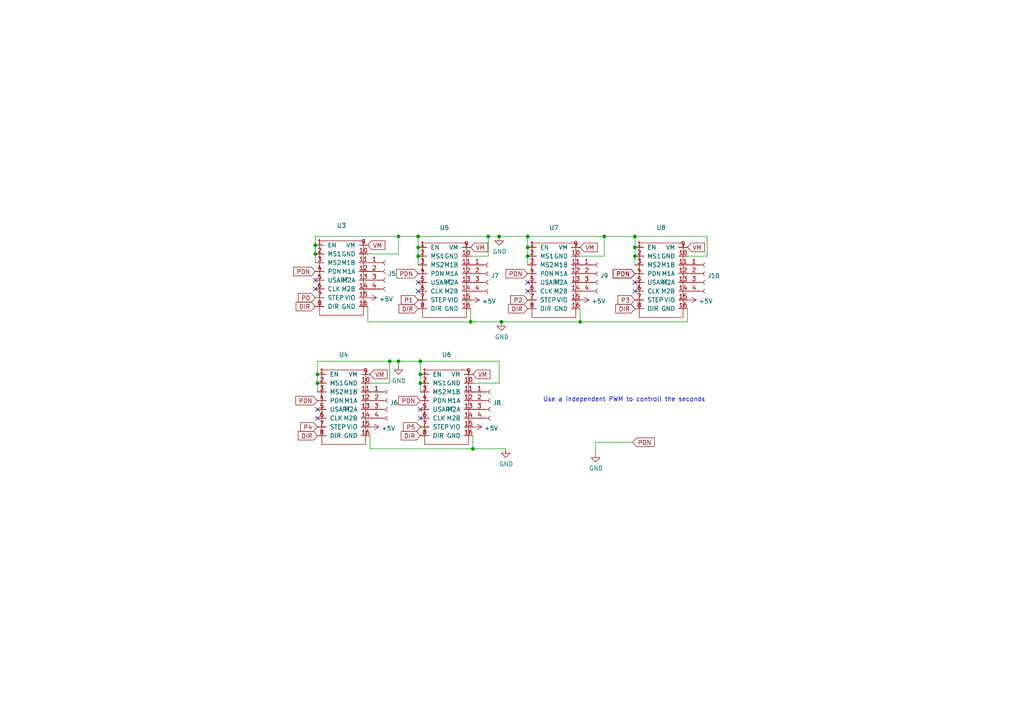
<source format=kicad_sch>
(kicad_sch (version 20211123) (generator eeschema)
  (paper "A4")
  (lib_symbols
    (symbol "Connector:Conn_01x04_Female" (pin_names (offset 1.016) hide)
      (property "Reference" "J" (at 0 5.08 0))
      (property "Value" "Conn_01x04_Female" (at 0 -7.62 0))
      (symbol "Conn_01x04_Female_1_1"
        (arc (start 0 -4.572) (mid -0.508 -5.08) (end 0 -5.588) (stroke (width 0.1524)))
        (arc (start 0 -2.032) (mid -0.508 -2.54) (end 0 -3.048) (stroke (width 0.1524)))
        (polyline (pts (xy -1.27 -5.08) (xy -0.508 -5.08)) (stroke (width 0.1524)))
        (polyline (pts (xy -1.27 -2.54) (xy -0.508 -2.54)) (stroke (width 0.1524)))
        (polyline (pts (xy -1.27 0) (xy -0.508 0)) (stroke (width 0.1524)))
        (polyline (pts (xy -1.27 2.54) (xy -0.508 2.54)) (stroke (width 0.1524)))
        (arc (start 0 0.508) (mid -0.508 0) (end 0 -0.508) (stroke (width 0.1524)))
        (arc (start 0 3.048) (mid -0.508 2.54) (end 0 2.032) (stroke (width 0.1524)))
        (pin passive line (at -5.08 2.54 0) (length 3.81) (name "Pin_1") (number "1"))
        (pin passive line (at -5.08 0 0) (length 3.81) (name "Pin_2") (number "2"))
        (pin passive line (at -5.08 -2.54 0) (length 3.81) (name "Pin_3") (number "3"))
        (pin passive line (at -5.08 -5.08 0) (length 3.81) (name "Pin_4") (number "4"))
      )
    )
    (symbol "TMC_driver:driver" (pin_names (offset 1.016))
      (property "Reference" "U" (at 0 2.54 0))
      (property "Value" "TMC_driver_driver" (at 0 1.27 0))
      (symbol "driver_0_1"
        (polyline (pts (xy -3.81 0) (xy 8.89 0) (xy 8.89 -21.59) (xy -3.81 -21.59) (xy -3.81 0)))
      )
      (symbol "driver_1_1"
        (pin input line (at -5.08 -1.27 0) (length 2.54) (name "EN") (number "1"))
        (pin input line (at 10.16 -3.81 180) (length 2.54) (name "GND") (number "10"))
        (pin input line (at 10.16 -6.35 180) (length 2.54) (name "M1B") (number "11"))
        (pin input line (at 10.16 -8.89 180) (length 2.54) (name "M1A") (number "12"))
        (pin input line (at 10.16 -11.43 180) (length 2.54) (name "M2A") (number "13"))
        (pin input line (at 10.16 -13.97 180) (length 2.54) (name "M2B") (number "14"))
        (pin input line (at 10.16 -16.51 180) (length 2.54) (name "VIO") (number "15"))
        (pin input line (at 10.16 -19.05 180) (length 2.54) (name "GND") (number "16"))
        (pin input line (at -5.08 -3.81 0) (length 2.54) (name "MS1") (number "2"))
        (pin input line (at -5.08 -6.35 0) (length 2.54) (name "MS2") (number "3"))
        (pin input line (at -5.08 -8.89 0) (length 2.54) (name "PDN") (number "4"))
        (pin input line (at -5.08 -11.43 0) (length 2.54) (name "USART") (number "5"))
        (pin input line (at -5.08 -13.97 0) (length 2.54) (name "CLK") (number "6"))
        (pin input line (at -5.08 -16.51 0) (length 2.54) (name "STEP") (number "7"))
        (pin input line (at -5.08 -19.05 0) (length 2.54) (name "DIR") (number "8"))
        (pin input line (at 10.16 -1.27 180) (length 2.54) (name "VM") (number "9"))
      )
    )
    (symbol "power:+5V" (power) (pin_names (offset 0))
      (property "Value" "+5V" (at 0 3.556 0))
      (symbol "+5V_0_1"
        (polyline (pts (xy -0.762 1.27) (xy 0 2.54)))
        (polyline (pts (xy 0 0) (xy 0 2.54)))
        (polyline (pts (xy 0 2.54) (xy 0.762 1.27)))
      )
      (symbol "+5V_1_1"
        (pin power_in line (at 0 0 90) (length 0) hide (name "+5V") (number "1"))
      )
    )
    (symbol "power:GND" (power) (pin_names (offset 0))
      (property "Value" "GND" (at 0 -3.81 0))
      (symbol "GND_0_1"
        (polyline (pts (xy 0 0) (xy 0 -1.27) (xy 1.27 -1.27) (xy 0 -2.54) (xy -1.27 -1.27) (xy 0 -1.27)))
      )
      (symbol "GND_1_1"
        (pin power_in line (at 0 0 270) (length 0) hide (name "GND") (number "1"))
      )
    )
  )
  (junction (at 91.44 73.66))
  (junction (at 184.15 71.755))
  (junction (at 121.92 111.125))
  (junction (at 91.44 71.12))
  (junction (at 145.415 93.345))
  (junction (at 92.075 111.125))
  (junction (at 153.035 71.755))
  (junction (at 175.26 68.58))
  (junction (at 121.92 108.585))
  (junction (at 136.525 93.345))
  (junction (at 121.92 104.775))
  (junction (at 121.285 68.58))
  (junction (at 168.275 93.345))
  (junction (at 144.78 68.58))
  (junction (at 141.605 68.58))
  (junction (at 92.075 108.585))
  (junction (at 115.57 104.775))
  (junction (at 113.03 104.775))
  (junction (at 184.15 74.295))
  (junction (at 153.035 68.58))
  (junction (at 184.15 68.58))
  (junction (at 121.285 71.755))
  (junction (at 137.16 130.175))
  (junction (at 115.57 68.58))
  (junction (at 153.035 74.295))
  (junction (at 121.285 74.295))
  (no_connect (at 121.285 84.455))
  (no_connect (at 92.075 121.285))
  (no_connect (at 121.92 121.285))
  (no_connect (at 121.92 118.745))
  (no_connect (at 153.035 81.915))
  (no_connect (at 91.44 83.82))
  (no_connect (at 153.035 84.455))
  (no_connect (at 184.15 81.915))
  (no_connect (at 91.44 81.28))
  (no_connect (at 121.285 81.915))
  (no_connect (at 184.15 84.455))
  (no_connect (at 92.075 118.745))
  (wire (pts (xy 144.78 111.125) (xy 137.16 111.125)))
  (wire (pts (xy 115.57 106.045) (xy 115.57 104.775)))
  (wire (pts (xy 106.68 93.345) (xy 136.525 93.345)))
  (wire (pts (xy 168.275 93.345) (xy 168.275 89.535)))
  (wire (pts (xy 106.68 88.9) (xy 106.68 93.345)))
  (wire (pts (xy 107.315 126.365) (xy 107.315 130.175)))
  (wire (pts (xy 141.605 68.58) (xy 144.78 68.58)))
  (wire (pts (xy 172.72 131.445) (xy 172.72 128.27)))
  (wire (pts (xy 91.44 71.12) (xy 91.44 68.58)))
  (wire (pts (xy 107.315 111.125) (xy 113.03 111.125)))
  (wire (pts (xy 175.26 68.58) (xy 184.15 68.58)))
  (wire (pts (xy 136.525 93.345) (xy 136.525 89.535)))
  (wire (pts (xy 145.415 93.345) (xy 168.275 93.345)))
  (wire (pts (xy 184.15 68.58) (xy 205.105 68.58)))
  (wire (pts (xy 153.035 74.295) (xy 153.035 71.755)))
  (wire (pts (xy 115.57 68.58) (xy 121.285 68.58)))
  (wire (pts (xy 153.035 71.755) (xy 153.035 68.58)))
  (wire (pts (xy 121.92 113.665) (xy 121.92 111.125)))
  (wire (pts (xy 184.15 74.295) (xy 184.15 71.755)))
  (wire (pts (xy 136.525 74.295) (xy 141.605 74.295)))
  (wire (pts (xy 175.26 74.295) (xy 175.26 68.58)))
  (wire (pts (xy 153.035 76.835) (xy 153.035 74.295)))
  (wire (pts (xy 168.275 74.295) (xy 175.26 74.295)))
  (wire (pts (xy 172.72 128.27) (xy 183.515 128.27)))
  (wire (pts (xy 121.285 76.835) (xy 121.285 74.295)))
  (wire (pts (xy 106.68 73.66) (xy 115.57 73.66)))
  (wire (pts (xy 121.285 68.58) (xy 141.605 68.58)))
  (wire (pts (xy 121.92 104.775) (xy 144.78 104.775)))
  (wire (pts (xy 137.16 130.175) (xy 137.16 126.365)))
  (wire (pts (xy 92.075 108.585) (xy 92.075 104.775)))
  (wire (pts (xy 153.035 68.58) (xy 175.26 68.58)))
  (wire (pts (xy 205.105 74.295) (xy 199.39 74.295)))
  (wire (pts (xy 92.075 111.125) (xy 92.075 108.585)))
  (wire (pts (xy 92.075 113.665) (xy 92.075 111.125)))
  (wire (pts (xy 121.92 108.585) (xy 121.92 104.775)))
  (wire (pts (xy 141.605 74.295) (xy 141.605 68.58)))
  (wire (pts (xy 91.44 73.66) (xy 91.44 71.12)))
  (wire (pts (xy 199.39 93.345) (xy 199.39 89.535)))
  (wire (pts (xy 121.92 111.125) (xy 121.92 108.585)))
  (wire (pts (xy 137.16 130.175) (xy 146.685 130.175)))
  (wire (pts (xy 91.44 68.58) (xy 115.57 68.58)))
  (wire (pts (xy 144.78 68.58) (xy 153.035 68.58)))
  (wire (pts (xy 115.57 104.775) (xy 121.92 104.775)))
  (wire (pts (xy 115.57 73.66) (xy 115.57 68.58)))
  (wire (pts (xy 205.105 68.58) (xy 205.105 74.295)))
  (wire (pts (xy 107.315 130.175) (xy 137.16 130.175)))
  (wire (pts (xy 92.075 104.775) (xy 113.03 104.775)))
  (wire (pts (xy 184.15 68.58) (xy 184.15 71.755)))
  (wire (pts (xy 168.275 93.345) (xy 199.39 93.345)))
  (wire (pts (xy 144.78 104.775) (xy 144.78 111.125)))
  (wire (pts (xy 113.03 104.775) (xy 115.57 104.775)))
  (wire (pts (xy 121.285 74.295) (xy 121.285 71.755)))
  (wire (pts (xy 184.15 76.835) (xy 184.15 74.295)))
  (wire (pts (xy 121.285 71.755) (xy 121.285 68.58)))
  (wire (pts (xy 136.525 93.345) (xy 145.415 93.345)))
  (wire (pts (xy 91.44 76.2) (xy 91.44 73.66)))
  (wire (pts (xy 113.03 111.125) (xy 113.03 104.775)))
  (text "Use a independent PWM to controll the seconds\n\n" (at 157.48 118.745 0) (effects (font (size 1.27 1.27)) (justify left bottom)))
  (global_label "P3" (shape input) (at 184.15 86.995 180) (property "插入图纸页参考" "${INTERSHEET_REFS}" (effects hide)))
  (global_label "PDN" (shape input) (at 153.035 79.375 180) (property "插入图纸页参考" "${INTERSHEET_REFS}" (effects hide)))
  (global_label "DIR" (shape input) (at 153.035 89.535 180) (property "插入图纸页参考" "${INTERSHEET_REFS}" (effects hide)))
  (global_label "DIR" (shape input) (at 184.15 89.535 180) (property "插入图纸页参考" "${INTERSHEET_REFS}" (effects hide)))
  (global_label "P0" (shape input) (at 91.44 86.36 180) (property "插入图纸页参考" "${INTERSHEET_REFS}" (effects hide)))
  (global_label "VM" (shape input) (at 199.39 71.755 0) (property "插入图纸页参考" "${INTERSHEET_REFS}" (effects hide)))
  (global_label "PDN" (shape input) (at 121.92 116.205 180) (property "插入图纸页参考" "${INTERSHEET_REFS}" (effects hide)))
  (global_label "PDN" (shape input) (at 183.515 128.27 0) (property "插入图纸页参考" "${INTERSHEET_REFS}" (effects hide)))
  (global_label "VM" (shape input) (at 136.525 71.755 0) (property "插入图纸页参考" "${INTERSHEET_REFS}" (effects hide)))
  (global_label "P5" (shape input) (at 121.92 123.825 180) (property "插入图纸页参考" "${INTERSHEET_REFS}" (effects hide)))
  (global_label "VM" (shape input) (at 137.16 108.585 0) (property "插入图纸页参考" "${INTERSHEET_REFS}" (effects hide)))
  (global_label "P1" (shape input) (at 121.285 86.995 180) (property "插入图纸页参考" "${INTERSHEET_REFS}" (effects hide)))
  (global_label "P4" (shape input) (at 92.075 123.825 180) (property "插入图纸页参考" "${INTERSHEET_REFS}" (effects hide)))
  (global_label "DIR" (shape input) (at 121.285 89.535 180) (property "插入图纸页参考" "${INTERSHEET_REFS}" (effects hide)))
  (global_label "VM" (shape input) (at 106.68 71.12 0) (property "插入图纸页参考" "${INTERSHEET_REFS}" (effects hide)))
  (global_label "VM" (shape input) (at 107.315 108.585 0) (property "插入图纸页参考" "${INTERSHEET_REFS}" (effects hide)))
  (global_label "PDN" (shape input) (at 91.44 78.74 180) (property "插入图纸页参考" "${INTERSHEET_REFS}" (effects hide)))
  (global_label "PDN" (shape input) (at 92.075 116.205 180) (property "插入图纸页参考" "${INTERSHEET_REFS}" (effects hide)))
  (global_label "DIR" (shape input) (at 91.44 88.9 180) (property "插入图纸页参考" "${INTERSHEET_REFS}" (effects hide)))
  (global_label "PDN" (shape input) (at 121.285 79.375 180) (property "插入图纸页参考" "${INTERSHEET_REFS}" (effects hide)))
  (global_label "P2" (shape input) (at 153.035 86.995 180) (property "插入图纸页参考" "${INTERSHEET_REFS}" (effects hide)))
  (global_label "PDN" (shape input) (at 184.15 79.375 180) (property "插入图纸页参考" "${INTERSHEET_REFS}" (effects hide)))
  (global_label "PDN" (shape input) (at 184.15 79.375 180) (property "插入图纸页参考" "${INTERSHEET_REFS}" (effects hide)))
  (global_label "DIR" (shape input) (at 121.92 126.365 180) (property "插入图纸页参考" "${INTERSHEET_REFS}" (effects hide)))
  (global_label "DIR" (shape input) (at 92.075 126.365 180) (property "插入图纸页参考" "${INTERSHEET_REFS}" (effects hide)))
  (global_label "VM" (shape input) (at 168.275 71.755 0) (property "插入图纸页参考" "${INTERSHEET_REFS}" (effects hide)))
  (symbol (lib_id "TMC_driver:driver") (at 96.52 69.85 0) (unit 1)
    (property "Reference" "U3" (at 99.06 65.405 0))
  )
  (symbol (lib_id "TMC_driver:driver") (at 126.365 70.485 0) (unit 1)
    (property "Reference" "U5" (at 128.905 66.04 0))
  )
  (symbol (lib_id "TMC_driver:driver") (at 97.155 107.315 0) (unit 1)
    (property "Reference" "U4" (at 99.695 102.87 0))
  )
  (symbol (lib_id "TMC_driver:driver") (at 127 107.315 0) (unit 1)
    (property "Reference" "U6" (at 129.54 102.87 0))
  )
  (symbol (lib_id "TMC_driver:driver") (at 158.115 70.485 0) (unit 1)
    (property "Reference" "U7" (at 160.655 66.04 0))
  )
  (symbol (lib_id "TMC_driver:driver") (at 189.23 70.485 0) (unit 1)
    (property "Reference" "U8" (at 191.77 66.04 0))
  )
  (symbol (lib_id "power:GND") (at 145.415 93.345 0) (unit 1)
    (property "Reference" "#PWR0117" (effects hide))
  )
  (symbol (lib_id "power:GND") (at 146.685 130.175 0) (unit 1)
    (property "Reference" "#PWR0118" (effects hide))
  )
  (symbol (lib_id "power:+5V") (at 106.68 86.36 270) (unit 1)
    (property "Reference" "#PWR0119" (effects hide))
  )
  (symbol (lib_id "power:+5V") (at 136.525 86.995 270) (unit 1)
    (property "Reference" "#PWR0120" (effects hide))
  )
  (symbol (lib_id "power:+5V") (at 168.275 86.995 270) (unit 1)
    (property "Reference" "#PWR0121" (effects hide))
  )
  (symbol (lib_id "power:+5V") (at 199.39 86.995 270) (unit 1)
    (property "Reference" "#PWR0122" (effects hide))
  )
  (symbol (lib_id "power:+5V") (at 107.315 123.825 270) (unit 1)
    (property "Reference" "#PWR0123" (effects hide))
  )
  (symbol (lib_id "power:+5V") (at 137.16 123.825 270) (unit 1)
    (property "Reference" "#PWR0124" (effects hide))
  )
  (symbol (lib_id "power:GND") (at 144.78 68.58 0) (unit 1)
    (property "Reference" "#PWR0125" (effects hide))
  )
  (symbol (lib_id "Connector:Conn_01x04_Female") (at 111.76 78.74 0) (unit 1)
    (property "Reference" "J5" (at 112.4712 79.3496 0) (effects (justify left)))
  )
  (symbol (lib_id "Connector:Conn_01x04_Female") (at 141.605 79.375 0) (unit 1)
    (property "Reference" "J7" (at 142.3162 79.9846 0) (effects (justify left)))
  )
  (symbol (lib_id "Connector:Conn_01x04_Female") (at 173.355 79.375 0) (unit 1)
    (property "Reference" "J9" (at 174.0662 79.9846 0) (effects (justify left)))
  )
  (symbol (lib_id "Connector:Conn_01x04_Female") (at 204.47 79.375 0) (unit 1)
    (property "Reference" "J10" (at 205.1812 79.9846 0) (effects (justify left)))
  )
  (symbol (lib_id "Connector:Conn_01x04_Female") (at 112.395 116.205 0) (unit 1)
    (property "Reference" "J6" (at 113.1062 116.8146 0) (effects (justify left)))
  )
  (symbol (lib_id "Connector:Conn_01x04_Female") (at 142.24 116.205 0) (unit 1)
    (property "Reference" "J8" (at 142.9512 116.8146 0) (effects (justify left)))
  )
  (symbol (lib_id "power:GND") (at 115.57 106.045 0) (unit 1)
    (property "Reference" "#PWR0126" (effects hide))
  )
  (symbol (lib_id "power:GND") (at 172.72 131.445 0) (unit 1)
    (property "Reference" "#PWR0147" (effects hide))
  )
)
</source>
